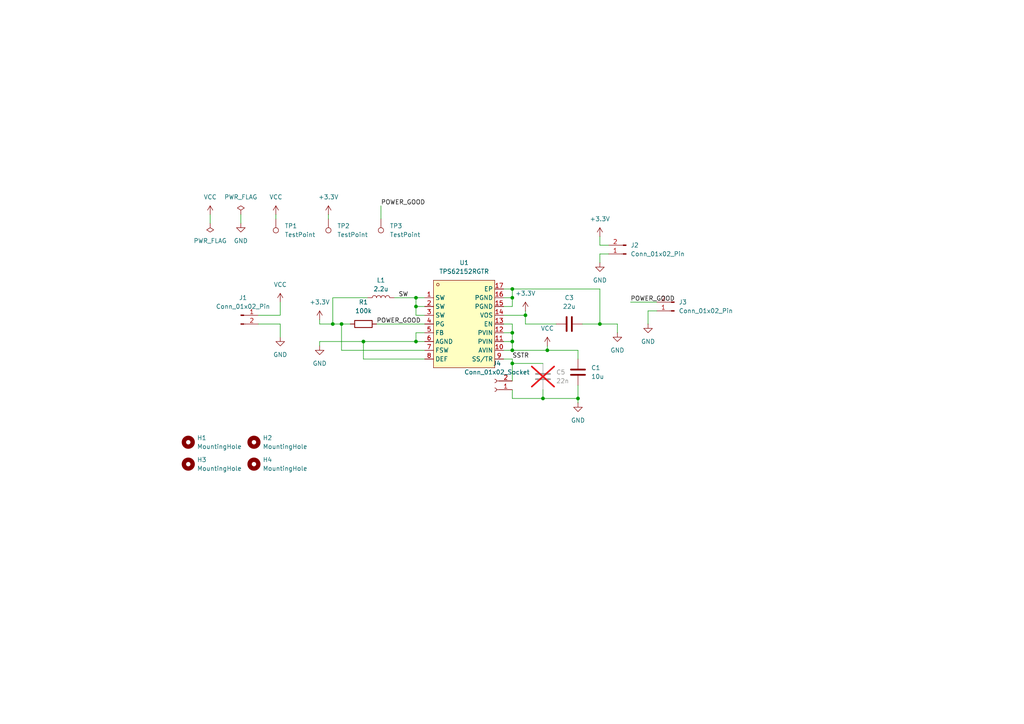
<source format=kicad_sch>
(kicad_sch (version 20250114) (generator "eeschema") (generator_version "9.0")
  (paper "A4")
  (lib_symbols
    (symbol "Connector:Conn_01x02_Pin" (pin_names (offset 1.016) (hide yes))
      (property "Reference" "J" (at 0 2.54 0))
      (property "Value" "Conn_01x02_Pin" (at 0 -5.08 0))
      (symbol "Conn_01x02_Pin_1_1"
        (rectangle (start 0.8636 0.127) (end 0 -0.127) (stroke (width 0.1524)) (fill (type outline)))
        (rectangle (start 0.8636 -2.413) (end 0 -2.667) (stroke (width 0.1524)) (fill (type outline)))
        (polyline (pts (xy 1.27 0) (xy 0.8636 0)) (stroke (width 0.1524)))
        (polyline (pts (xy 1.27 -2.54) (xy 0.8636 -2.54)) (stroke (width 0.1524)))
        (pin passive line (at 5.08 0 180) (length 3.81) (name "Pin_1") (number "1"))
        (pin passive line (at 5.08 -2.54 180) (length 3.81) (name "Pin_2") (number "2"))
      )
    )
    (symbol "Connector:Conn_01x02_Socket" (pin_names (offset 1.016) (hide yes))
      (property "Reference" "J" (at 0 2.54 0))
      (property "Value" "Conn_01x02_Socket" (at 0 -5.08 0))
      (symbol "Conn_01x02_Socket_1_1"
        (polyline (pts (xy -1.27 0) (xy -0.508 0)) (stroke (width 0.1524)))
        (polyline (pts (xy -1.27 -2.54) (xy -0.508 -2.54)) (stroke (width 0.1524)))
        (arc (start 0 -0.508) (mid -0.5058 0) (end 0 0.508) (stroke (width 0.1524)))
        (arc (start 0 -3.048) (mid -0.5058 -2.54) (end 0 -2.032) (stroke (width 0.1524)))
        (pin passive line (at -5.08 0 0) (length 3.81) (name "Pin_1") (number "1"))
        (pin passive line (at -5.08 -2.54 0) (length 3.81) (name "Pin_2") (number "2"))
      )
    )
    (symbol "Connector:TestPoint" (pin_numbers (hide yes)) (pin_names (offset 0.762) (hide yes))
      (property "Reference" "TP" (at 0 6.858 0))
      (property "Value" "TestPoint" (at 0 5.08 0))
      (symbol "TestPoint_0_1"
        (circle (center 0 3.302) (radius 0.762))
      )
      (symbol "TestPoint_1_1"
        (pin passive line (at 0 0 90) (length 2.54) (name "1") (number "1"))
      )
    )
    (symbol "Device:C" (pin_numbers (hide yes)) (pin_names (offset 0.254))
      (property "Reference" "C" (at 0.635 2.54 0))
      (property "Value" "C" (at 0.635 -2.54 0))
      (symbol "C_0_1"
        (polyline (pts (xy -2.032 0.762) (xy 2.032 0.762)) (stroke (width 0.508)))
        (polyline (pts (xy -2.032 -0.762) (xy 2.032 -0.762)) (stroke (width 0.508)))
      )
      (symbol "C_1_1"
        (pin passive line (at 0 3.81 270) (length 2.794) (name "~") (number "1"))
        (pin passive line (at 0 -3.81 90) (length 2.794) (name "~") (number "2"))
      )
    )
    (symbol "Device:L" (pin_numbers (hide yes)) (pin_names (offset 1.016) (hide yes))
      (property "Reference" "L" (at -1.27 0 90))
      (property "Value" "L" (at 1.905 0 90))
      (symbol "L_0_1"
        (arc (start 0 2.54) (mid 0.6323 1.905) (end 0 1.27))
        (arc (start 0 1.27) (mid 0.6323 0.635) (end 0 0))
        (arc (start 0 0) (mid 0.6323 -0.635) (end 0 -1.27))
        (arc (start 0 -1.27) (mid 0.6323 -1.905) (end 0 -2.54))
      )
      (symbol "L_1_1"
        (pin passive line (at 0 3.81 270) (length 1.27) (name "1") (number "1"))
        (pin passive line (at 0 -3.81 90) (length 1.27) (name "2") (number "2"))
      )
    )
    (symbol "Device:R" (pin_numbers (hide yes)) (pin_names (offset 0))
      (property "Reference" "R" (at 2.032 0 90))
      (property "Value" "R" (at 0 0 90))
      (symbol "R_0_1"
        (rectangle (start -1.016 -2.54) (end 1.016 2.54) (stroke (width 0.254)))
      )
      (symbol "R_1_1"
        (pin passive line (at 0 3.81 270) (length 1.27) (name "~") (number "1"))
        (pin passive line (at 0 -3.81 90) (length 1.27) (name "~") (number "2"))
      )
    )
    (symbol "Mechanical:MountingHole" (pin_names (offset 1.016)) (in_bom no)
      (property "Reference" "H" (at 0 5.08 0))
      (property "Value" "MountingHole" (at 0 3.175 0))
      (symbol "MountingHole_0_1"
        (circle (center 0 0) (radius 1.27) (stroke (width 1.27)))
      )
    )
    (symbol "TPS62152:TPS62152RGTR"
      (property "Reference" "U" (at 0 15.24 0))
      (property "Value" "TPS62152RGTR" (at 0 -15.24 0))
      (symbol "TPS62152RGTR_0_1"
        (rectangle (start -8.89 12.7) (end 8.89 -12.7) (fill (type background)))
        (circle (center -7.62 11.43) (radius 0.38))
      )
      (symbol "TPS62152RGTR_1_1"
        (pin input line (at -11.43 7.62 0) (length 2.54) (name "SW") (number "1"))
        (pin input line (at -11.43 5.08 0) (length 2.54) (name "SW") (number "2"))
        (pin input line (at -11.43 2.54 0) (length 2.54) (name "SW") (number "3"))
        (pin output line (at -11.43 0 0) (length 2.54) (name "PG") (number "4"))
        (pin input line (at -11.43 -2.54 0) (length 2.54) (name "FB") (number "5"))
        (pin power_in line (at -11.43 -5.08 0) (length 2.54) (name "AGND") (number "6"))
        (pin input line (at -11.43 -7.62 0) (length 2.54) (name "FSW") (number "7"))
        (pin input line (at -11.43 -10.16 0) (length 2.54) (name "DEF") (number "8"))
        (pin power_in line (at 11.43 10.16 180) (length 2.54) (name "EP") (number "17"))
        (pin power_in line (at 11.43 7.62 180) (length 2.54) (name "PGND") (number "16"))
        (pin power_in line (at 11.43 5.08 180) (length 2.54) (name "PGND") (number "15"))
        (pin power_out line (at 11.43 2.54 180) (length 2.54) (name "VOS") (number "14"))
        (pin input line (at 11.43 0 180) (length 2.54) (name "EN") (number "13"))
        (pin power_in line (at 11.43 -2.54 180) (length 2.54) (name "PVIN") (number "12"))
        (pin power_in line (at 11.43 -5.08 180) (length 2.54) (name "PVIN") (number "11"))
        (pin power_in line (at 11.43 -7.62 180) (length 2.54) (name "AVIN") (number "10"))
        (pin input line (at 11.43 -10.16 180) (length 2.54) (name "SS/TR") (number "9"))
      )
    )
    (symbol "power:+3.3V" (power) (pin_numbers (hide yes)) (pin_names (offset 0) (hide yes))
      (property "Value" "+3.3V" (at 0 3.556 0))
      (symbol "+3.3V_0_1"
        (polyline (pts (xy -0.762 1.27) (xy 0 2.54)))
        (polyline (pts (xy 0 2.54) (xy 0.762 1.27)))
        (polyline (pts (xy 0 0) (xy 0 2.54)))
      )
      (symbol "+3.3V_1_1"
        (pin power_in line (at 0 0 90) (length 0) (name "~") (number "1"))
      )
    )
    (symbol "power:GND" (power) (pin_numbers (hide yes)) (pin_names (offset 0) (hide yes))
      (property "Value" "GND" (at 0 -3.81 0))
      (symbol "GND_0_1"
        (polyline (pts (xy 0 0) (xy 0 -1.27) (xy 1.27 -1.27) (xy 0 -2.54) (xy -1.27 -1.27) (xy 0 -1.27)))
      )
      (symbol "GND_1_1"
        (pin power_in line (at 0 0 270) (length 0) (name "~") (number "1"))
      )
    )
    (symbol "power:PWR_FLAG" (power) (pin_numbers (hide yes)) (pin_names (offset 0) (hide yes))
      (property "Value" "PWR_FLAG" (at 0 3.81 0))
      (symbol "PWR_FLAG_0_0"
        (pin power_out line (at 0 0 90) (length 0) (name "~") (number "1"))
      )
      (symbol "PWR_FLAG_0_1"
        (polyline (pts (xy 0 0) (xy 0 1.27) (xy -1.016 1.905) (xy 0 2.54) (xy 1.016 1.905) (xy 0 1.27)))
      )
    )
    (symbol "power:VCC" (power) (pin_numbers (hide yes)) (pin_names (offset 0) (hide yes))
      (property "Value" "VCC" (at 0 3.556 0))
      (symbol "VCC_0_1"
        (polyline (pts (xy -0.762 1.27) (xy 0 2.54)))
        (polyline (pts (xy 0 2.54) (xy 0.762 1.27)))
        (polyline (pts (xy 0 0) (xy 0 2.54)))
      )
      (symbol "VCC_1_1"
        (pin power_in line (at 0 0 90) (length 0) (name "~") (number "1"))
      )
    )
  )
  (junction (at 105.41 99.06))
  (junction (at 148.59 83.82))
  (junction (at 148.59 99.06))
  (junction (at 148.59 101.6))
  (junction (at 148.59 96.52))
  (junction (at 120.65 99.06))
  (junction (at 96.52 93.98))
  (junction (at 157.48 115.57))
  (junction (at 152.4 91.44))
  (junction (at 148.59 86.36))
  (junction (at 120.65 88.9))
  (junction (at 167.64 115.57))
  (junction (at 120.65 86.36))
  (junction (at 158.75 101.6))
  (junction (at 173.99 93.98))
  (junction (at 99.06 93.98))
  (junction (at 148.59 105.41))
  (wire (pts (xy 80.01 62.23) (xy 80.01 63.5)))
  (wire (pts (xy 105.41 104.14) (xy 105.41 99.06)))
  (wire (pts (xy 173.99 73.66) (xy 176.53 73.66)))
  (wire (pts (xy 120.65 96.52) (xy 120.65 99.06)))
  (wire (pts (xy 173.99 76.2) (xy 173.99 73.66)))
  (wire (pts (xy 123.19 104.14) (xy 105.41 104.14)))
  (wire (pts (xy 96.52 86.36) (xy 106.68 86.36)))
  (wire (pts (xy 179.07 93.98) (xy 179.07 96.52)))
  (wire (pts (xy 148.59 83.82) (xy 173.99 83.82)))
  (wire (pts (xy 120.65 91.44) (xy 120.65 88.9)))
  (wire (pts (xy 109.22 93.98) (xy 123.19 93.98)))
  (wire (pts (xy 146.05 83.82) (xy 148.59 83.82)))
  (wire (pts (xy 173.99 83.82) (xy 173.99 93.98)))
  (wire (pts (xy 182.88 87.63) (xy 190.5 87.63)))
  (wire (pts (xy 96.52 93.98) (xy 99.06 93.98)))
  (wire (pts (xy 123.19 101.6) (xy 99.06 101.6)))
  (wire (pts (xy 148.59 101.6) (xy 148.59 99.06)))
  (wire (pts (xy 167.64 111.76) (xy 167.64 115.57)))
  (wire (pts (xy 173.99 71.12) (xy 176.53 71.12)))
  (wire (pts (xy 123.19 91.44) (xy 120.65 91.44)))
  (wire (pts (xy 146.05 99.06) (xy 148.59 99.06)))
  (wire (pts (xy 95.25 62.23) (xy 95.25 63.5)))
  (wire (pts (xy 148.59 105.41) (xy 148.59 110.49)))
  (wire (pts (xy 99.06 93.98) (xy 101.6 93.98)))
  (wire (pts (xy 105.41 99.06) (xy 120.65 99.06)))
  (wire (pts (xy 120.65 88.9) (xy 120.65 86.36)))
  (wire (pts (xy 158.75 100.33) (xy 158.75 101.6)))
  (wire (pts (xy 148.59 93.98) (xy 146.05 93.98)))
  (wire (pts (xy 167.64 104.14) (xy 167.64 101.6)))
  (wire (pts (xy 146.05 96.52) (xy 148.59 96.52)))
  (wire (pts (xy 148.59 105.41) (xy 157.48 105.41)))
  (wire (pts (xy 120.65 86.36) (xy 123.19 86.36)))
  (wire (pts (xy 81.28 87.63) (xy 81.28 91.44)))
  (wire (pts (xy 92.71 93.98) (xy 96.52 93.98)))
  (wire (pts (xy 69.85 62.23) (xy 69.85 64.77)))
  (wire (pts (xy 168.91 93.98) (xy 173.99 93.98)))
  (wire (pts (xy 148.59 104.14) (xy 146.05 104.14)))
  (wire (pts (xy 92.71 93.98) (xy 92.71 92.71)))
  (wire (pts (xy 146.05 101.6) (xy 148.59 101.6)))
  (wire (pts (xy 148.59 86.36) (xy 148.59 88.9)))
  (wire (pts (xy 179.07 93.98) (xy 173.99 93.98)))
  (wire (pts (xy 81.28 93.98) (xy 81.28 97.79)))
  (wire (pts (xy 148.59 115.57) (xy 157.48 115.57)))
  (wire (pts (xy 173.99 71.12) (xy 173.99 68.58)))
  (wire (pts (xy 148.59 105.41) (xy 148.59 104.14)))
  (wire (pts (xy 157.48 115.57) (xy 167.64 115.57)))
  (wire (pts (xy 92.71 99.06) (xy 105.41 99.06)))
  (wire (pts (xy 157.48 113.03) (xy 157.48 115.57)))
  (wire (pts (xy 190.5 90.17) (xy 187.96 90.17)))
  (wire (pts (xy 60.96 62.23) (xy 60.96 64.77)))
  (wire (pts (xy 152.4 90.17) (xy 152.4 91.44)))
  (wire (pts (xy 167.64 101.6) (xy 158.75 101.6)))
  (wire (pts (xy 120.65 99.06) (xy 123.19 99.06)))
  (wire (pts (xy 148.59 99.06) (xy 148.59 96.52)))
  (wire (pts (xy 123.19 96.52) (xy 120.65 96.52)))
  (wire (pts (xy 81.28 91.44) (xy 74.93 91.44)))
  (wire (pts (xy 99.06 93.98) (xy 99.06 101.6)))
  (wire (pts (xy 92.71 100.33) (xy 92.71 99.06)))
  (wire (pts (xy 146.05 91.44) (xy 152.4 91.44)))
  (wire (pts (xy 120.65 88.9) (xy 123.19 88.9)))
  (wire (pts (xy 146.05 86.36) (xy 148.59 86.36)))
  (wire (pts (xy 148.59 113.03) (xy 148.59 115.57)))
  (wire (pts (xy 148.59 101.6) (xy 158.75 101.6)))
  (wire (pts (xy 96.52 86.36) (xy 96.52 93.98)))
  (wire (pts (xy 148.59 83.82) (xy 148.59 86.36)))
  (wire (pts (xy 152.4 93.98) (xy 161.29 93.98)))
  (wire (pts (xy 187.96 90.17) (xy 187.96 93.98)))
  (wire (pts (xy 74.93 93.98) (xy 81.28 93.98)))
  (wire (pts (xy 110.49 59.69) (xy 110.49 63.5)))
  (wire (pts (xy 148.59 96.52) (xy 148.59 93.98)))
  (wire (pts (xy 120.65 86.36) (xy 114.3 86.36)))
  (wire (pts (xy 167.64 115.57) (xy 167.64 116.84)))
  (wire (pts (xy 146.05 88.9) (xy 148.59 88.9)))
  (wire (pts (xy 152.4 91.44) (xy 152.4 93.98)))
  (label "SSTR" (at 148.59 104.14 0))
  (label "POWER_GOOD" (at 109.22 93.98 0))
  (label "SW" (at 115.57 86.36 0))
  (label "POWER_GOOD" (at 182.88 87.63 0))
  (label "POWER_GOOD" (at 110.49 59.69 0))
  (symbol (lib_id "power:GND") (at 167.64 116.84 0) (unit 1)
    (property "Reference" "#PWR06" (effects (hide yes)))
    (property "Value" "GND" (at 167.64 121.92 0))
    (property "Description" "Power symbol creates a global label with name \"GND\" , ground" (effects (hide yes)))
  )
  (symbol (lib_id "Connector:Conn_01x02_Pin") (at 181.61 73.66 180) (unit 1)
    (property "Reference" "J2" (at 182.88 71.1199 0) (effects (justify right)))
    (property "Value" "Conn_01x02_Pin" (at 182.88 73.6599 0) (effects (justify right)))
    (property "Footprint" "TPS62152:HDR-TH_2P-P2.54-V-M" (effects (hide yes)))
    (property "Description" "Generic connector, single row, 01x02, script generated" (effects (hide yes)))
  )
  (symbol (lib_id "Connector:TestPoint") (at 95.25 63.5 180) (unit 1)
    (property "Reference" "TP2" (at 97.79 65.5319 0) (effects (justify right)))
    (property "Value" "TestPoint" (at 97.79 68.0719 0) (effects (justify right)))
    (property "Footprint" "TestPoint:TestPoint_THTPad_1.0x1.0mm_Drill0.5mm" (effects (hide yes)))
    (property "Description" "test point" (effects (hide yes)))
  )
  (symbol (lib_id "Device:C") (at 167.64 107.95 0) (unit 1)
    (property "Reference" "C1" (at 171.45 106.6799 0) (effects (justify left)))
    (property "Value" "10u" (at 171.45 109.2199 0) (effects (justify left)))
    (property "Footprint" "TPS62152:C0805" (effects (hide yes)))
    (property "Description" "Unpolarized capacitor" (effects (hide yes)))
    (property "LCSC" "C440198" (effects (hide yes)))
  )
  (symbol (lib_id "power:+3.3V") (at 95.25 62.23 0) (unit 1)
    (property "Reference" "#PWR014" (effects (hide yes)))
    (property "Value" "+3.3V" (at 95.25 57.15 0))
    (property "Description" "Power symbol creates a global label with name \"+3.3V\"" (effects (hide yes)))
  )
  (symbol (lib_id "power:GND") (at 92.71 100.33 0) (unit 1)
    (property "Reference" "#PWR04" (effects (hide yes)))
    (property "Value" "GND" (at 92.71 105.41 0))
    (property "Description" "Power symbol creates a global label with name \"GND\" , ground" (effects (hide yes)))
  )
  (symbol (lib_id "Device:C") (at 165.1 93.98 90) (unit 1)
    (property "Reference" "C3" (at 165.1 86.36 90))
    (property "Value" "22u" (at 165.1 88.9 90))
    (property "Footprint" "TPS62152:C0805" (effects (hide yes)))
    (property "Description" "Unpolarized capacitor" (effects (hide yes)))
    (property "LCSC" "C440198" (effects (hide yes)))
  )
  (symbol (lib_id "Connector:TestPoint") (at 80.01 63.5 180) (unit 1)
    (property "Reference" "TP1" (at 82.55 65.5319 0) (effects (justify right)))
    (property "Value" "TestPoint" (at 82.55 68.0719 0) (effects (justify right)))
    (property "Footprint" "TestPoint:TestPoint_THTPad_1.0x1.0mm_Drill0.5mm" (effects (hide yes)))
    (property "Description" "test point" (effects (hide yes)))
  )
  (symbol (lib_id "power:GND") (at 173.99 76.2 0) (unit 1)
    (property "Reference" "#PWR07" (effects (hide yes)))
    (property "Value" "GND" (at 173.99 81.28 0))
    (property "Description" "Power symbol creates a global label with name \"GND\" , ground" (effects (hide yes)))
  )
  (symbol (lib_id "Mechanical:MountingHole") (at 73.66 134.62 0) (unit 1) (in_bom no)
    (property "Reference" "H4" (at 76.2 133.3499 0) (effects (justify left)))
    (property "Value" "MountingHole" (at 76.2 135.8899 0) (effects (justify left)))
    (property "Footprint" "MountingHole:ToolingHole_1.152mm" (effects (hide yes)))
    (property "Description" "Mounting Hole without connection" (effects (hide yes)))
  )
  (symbol (lib_id "power:GND") (at 187.96 93.98 0) (unit 1)
    (property "Reference" "#PWR015" (effects (hide yes)))
    (property "Value" "GND" (at 187.96 99.06 0))
    (property "Description" "Power symbol creates a global label with name \"GND\" , ground" (effects (hide yes)))
  )
  (symbol (lib_id "Connector:Conn_01x02_Socket") (at 143.51 113.03 180) (unit 1)
    (property "Reference" "J4" (at 144.145 105.41 0))
    (property "Value" "Conn_01x02_Socket" (at 144.145 107.95 0))
    (property "Footprint" "Connector_PinHeader_2.54mm:PinHeader_1x02_P2.54mm_Vertical" (effects (hide yes)))
    (property "Description" "Generic connector, single row, 01x02, script generated" (effects (hide yes)))
    (property "LCSC" "C3322502" (effects (hide yes)))
  )
  (symbol (lib_id "TPS62152:TPS62152RGTR") (at 134.62 93.98 0) (unit 1)
    (property "Reference" "U1" (at 134.62 76.2 0))
    (property "Value" "TPS62152RGTR" (at 134.62 78.74 0))
    (property "Footprint" "TPS62152:TQFN-16_L3.0-W3.0-P0.50-TL-EP1.7" (effects (hide yes)))
    (property "LCSC Part" "C2070611" (effects (hide yes)))
  )
  (symbol (lib_id "Device:L") (at 110.49 86.36 90) (unit 1)
    (property "Reference" "L1" (at 110.49 81.28 90))
    (property "Value" "2.2u" (at 110.49 83.82 90))
    (property "Footprint" "TPS62152:IND-SMD_L2.5-W2.0-B" (effects (hide yes)))
    (property "Description" "Inductor" (effects (hide yes)))
    (property "LCSC" "C22471111" (effects (hide yes)))
  )
  (symbol (lib_id "power:PWR_FLAG") (at 60.96 64.77 180) (unit 1)
    (property "Reference" "#FLG01" (effects (hide yes)))
    (property "Value" "PWR_FLAG" (at 60.96 69.85 0))
    (property "Description" "Special symbol for telling ERC where power comes from" (effects (hide yes)))
  )
  (symbol (lib_id "Mechanical:MountingHole") (at 54.61 134.62 0) (unit 1) (in_bom no)
    (property "Reference" "H3" (at 57.15 133.3499 0) (effects (justify left)))
    (property "Value" "MountingHole" (at 57.15 135.8899 0) (effects (justify left)))
    (property "Footprint" "MountingHole:ToolingHole_1.152mm" (effects (hide yes)))
    (property "Description" "Mounting Hole without connection" (effects (hide yes)))
  )
  (symbol (lib_id "power:VCC") (at 60.96 62.23 0) (unit 1)
    (property "Reference" "#PWR08" (effects (hide yes)))
    (property "Value" "VCC" (at 60.96 57.15 0))
    (property "Description" "Power symbol creates a global label with name \"VCC\"" (effects (hide yes)))
  )
  (symbol (lib_id "Device:C") (at 157.48 109.22 0) (unit 1) (dnp yes)
    (property "Reference" "C5" (at 161.29 107.9499 0) (effects (justify left)))
    (property "Value" "22n" (at 161.29 110.4899 0) (effects (justify left)))
    (property "Footprint" "TPS62152:C0603" (effects (hide yes)))
    (property "Description" "Unpolarized capacitor" (effects (hide yes)))
    (property "LCSC" "C21122" (effects (hide yes)))
  )
  (symbol (lib_id "power:VCC") (at 158.75 100.33 0) (unit 1)
    (property "Reference" "#PWR09" (effects (hide yes)))
    (property "Value" "VCC" (at 158.75 95.25 0))
    (property "Description" "Power symbol creates a global label with name \"VCC\"" (effects (hide yes)))
  )
  (symbol (lib_id "power:GND") (at 81.28 97.79 0) (unit 1)
    (property "Reference" "#PWR02" (effects (hide yes)))
    (property "Value" "GND" (at 81.28 102.87 0))
    (property "Description" "Power symbol creates a global label with name \"GND\" , ground" (effects (hide yes)))
  )
  (symbol (lib_id "power:VCC") (at 80.01 62.23 0) (unit 1)
    (property "Reference" "#PWR013" (effects (hide yes)))
    (property "Value" "VCC" (at 80.01 57.15 0))
    (property "Description" "Power symbol creates a global label with name \"VCC\"" (effects (hide yes)))
  )
  (symbol (lib_id "power:GND") (at 69.85 64.77 0) (unit 1)
    (property "Reference" "#PWR010" (effects (hide yes)))
    (property "Value" "GND" (at 69.85 69.85 0))
    (property "Description" "Power symbol creates a global label with name \"GND\" , ground" (effects (hide yes)))
  )
  (symbol (lib_id "Mechanical:MountingHole") (at 73.66 128.27 0) (unit 1) (in_bom no)
    (property "Reference" "H2" (at 76.2 126.9999 0) (effects (justify left)))
    (property "Value" "MountingHole" (at 76.2 129.5399 0) (effects (justify left)))
    (property "Footprint" "MountingHole:ToolingHole_1.152mm" (effects (hide yes)))
    (property "Description" "Mounting Hole without connection" (effects (hide yes)))
  )
  (symbol (lib_id "Mechanical:MountingHole") (at 54.61 128.27 0) (unit 1) (in_bom no)
    (property "Reference" "H1" (at 57.15 126.9999 0) (effects (justify left)))
    (property "Value" "MountingHole" (at 57.15 129.5399 0) (effects (justify left)))
    (property "Footprint" "MountingHole:ToolingHole_1.152mm" (effects (hide yes)))
    (property "Description" "Mounting Hole without connection" (effects (hide yes)))
  )
  (symbol (lib_id "power:+3.3V") (at 152.4 90.17 0) (unit 1)
    (property "Reference" "#PWR011" (effects (hide yes)))
    (property "Value" "+3.3V" (at 152.4 85.09 0))
    (property "Description" "Power symbol creates a global label with name \"+3.3V\"" (effects (hide yes)))
  )
  (symbol (lib_id "Connector:Conn_01x02_Pin") (at 69.85 91.44 0) (unit 1)
    (property "Reference" "J1" (at 70.485 86.36 0))
    (property "Value" "Conn_01x02_Pin" (at 70.485 88.9 0))
    (property "Footprint" "TPS62152:HDR-TH_2P-P2.54-V-M" (effects (hide yes)))
    (property "Description" "Generic connector, single row, 01x02, script generated" (effects (hide yes)))
  )
  (symbol (lib_id "power:VCC") (at 81.28 87.63 0) (unit 1)
    (property "Reference" "#PWR01" (effects (hide yes)))
    (property "Value" "VCC" (at 81.28 82.55 0))
    (property "Description" "Power symbol creates a global label with name \"VCC\"" (effects (hide yes)))
  )
  (symbol (lib_id "Connector:TestPoint") (at 110.49 63.5 180) (unit 1)
    (property "Reference" "TP3" (at 113.03 65.5319 0) (effects (justify right)))
    (property "Value" "TestPoint" (at 113.03 68.0719 0) (effects (justify right)))
    (property "Footprint" "TestPoint:TestPoint_THTPad_1.0x1.0mm_Drill0.5mm" (effects (hide yes)))
    (property "Description" "test point" (effects (hide yes)))
  )
  (symbol (lib_id "Device:R") (at 105.41 93.98 90) (unit 1)
    (property "Reference" "R1" (at 105.41 87.63 90))
    (property "Value" "100k" (at 105.41 90.17 90))
    (property "Footprint" "TPS62152:R0603" (effects (hide yes)))
    (property "Description" "Resistor" (effects (hide yes)))
    (property "LCSC" "C14675" (effects (hide yes)))
  )
  (symbol (lib_id "Connector:Conn_01x02_Pin") (at 195.58 90.17 180) (unit 1)
    (property "Reference" "J3" (at 196.85 87.6299 0) (effects (justify right)))
    (property "Value" "Conn_01x02_Pin" (at 196.85 90.1699 0) (effects (justify right)))
    (property "Footprint" "TPS62152:HDR-TH_2P-P2.54-V-M" (effects (hide yes)))
    (property "Description" "Generic connector, single row, 01x02, script generated" (effects (hide yes)))
  )
  (symbol (lib_id "power:+3.3V") (at 173.99 68.58 0) (unit 1)
    (property "Reference" "#PWR05" (effects (hide yes)))
    (property "Value" "+3.3V" (at 173.99 63.5 0))
    (property "Description" "Power symbol creates a global label with name \"+3.3V\"" (effects (hide yes)))
  )
  (symbol (lib_id "power:+3.3V") (at 92.71 92.71 0) (unit 1)
    (property "Reference" "#PWR012" (effects (hide yes)))
    (property "Value" "+3.3V" (at 92.71 87.63 0))
    (property "Description" "Power symbol creates a global label with name \"+3.3V\"" (effects (hide yes)))
  )
  (symbol (lib_id "power:GND") (at 179.07 96.52 0) (unit 1)
    (property "Reference" "#PWR03" (effects (hide yes)))
    (property "Value" "GND" (at 179.07 101.6 0))
    (property "Description" "Power symbol creates a global label with name \"GND\" , ground" (effects (hide yes)))
  )
  (symbol (lib_id "power:PWR_FLAG") (at 69.85 62.23 0) (unit 1)
    (property "Reference" "#FLG02" (effects (hide yes)))
    (property "Value" "PWR_FLAG" (at 69.85 57.15 0))
    (property "Description" "Special symbol for telling ERC where power comes from" (effects (hide yes)))
  )
)
</source>
